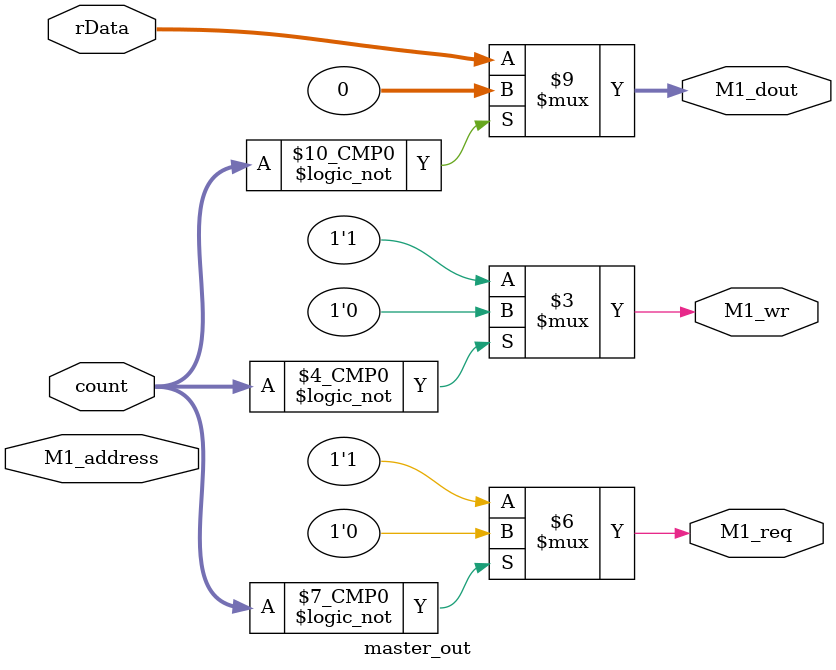
<source format=v>
module master_out(count,M1_address,rData,M1_dout,M1_req,M1_wr); //Declare module of out logic

   input [2:0] count; //inputs
   input [7:0] M1_address;
   input [31:0] rData;

   output reg M1_req,M1_wr; //outputs
   output reg [31:0] M1_dout;

always@(count or M1_address or rData) //practice function when change variable
begin
case(count)//case of count
3'b0 : begin //IDLE
      M1_dout<=32'b0;
      M1_req<=1'b0;
      M1_wr<=1'b0;
      end


default : begin //EXEC
      M1_dout<=rData;
      M1_req<=1'b1;
      M1_wr<=1'b1;
      end
endcase
end

endmodule
</source>
